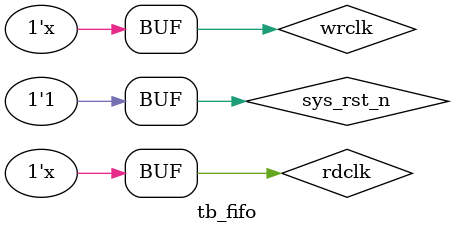
<source format=v>
`timescale  1ns/1ns

module tb_fifo();

//********************************************************************//
//****************** Parameter and Internal Signal *******************//
//********************************************************************//

//reg   define
reg          wrclk          ;
reg  [7:0]   pi_data        ;
reg          pi_flag        ;
reg          rdclk          ;
reg          rdreq          ;
reg          sys_rst_n      ;
reg  [1:0]   cnt_baud       ;
reg          wrfull_reg0    ;
reg          wrfull_reg1    ;

//wire  define
wire            wrempty     ;
wire            wrfull      ;
wire    [7:0]   wrusedw     ;
wire    [15:0]  po_data     ;
wire            rdempty     ;
wire            rdfull      ;
wire    [6:0]   rdusedw     ;

//********************************************************************//
//***************************** Main Code ****************************//
//********************************************************************//

//初始化时钟、复位
initial begin
    wrclk      = 1'b1;
    rdclk      = 1'b1;
    sys_rst_n <= 1'b0;
    #100;
    sys_rst_n <= 1'b1;
end

//wrclk:模拟FIFO的写时钟，每10ns电平翻转一次，周期为20ns，频率为50MHz
always #10 wrclk = ~wrclk;

//rdclk:模拟FIFO的读时钟，每20ns电平翻转一次，周期为40ns，频率为25MHz
always #20 rdclk = ~rdclk;

//cnt_baud:计数从0到3的计数器，用于产生输入数据间的间隔
always@(posedge wrclk or negedge sys_rst_n)
    if(sys_rst_n == 1'b0)
        cnt_baud <= 2'b0;
    else    if(&cnt_baud == 1'b1)
        cnt_baud <= 2'b0;
    else
        cnt_baud <= cnt_baud + 1'b1;

//pi_flag:输入数据有效标志信号，也作为FIFO的写请求信号
always@(posedge wrclk or negedge sys_rst_n)
    if(sys_rst_n == 1'b0)
        pi_flag <= 1'b0;
    //每4个时钟周期且没有读请求时产生一个数据有效标志信号
    else    if((cnt_baud == 2'd0) && (rdreq == 1'b0))
        pi_flag <= 1'b1;
    else
        pi_flag <= 1'b0;

//pi_data:输入顶层模块的数据，要写入到FIFO中的数据
always@(posedge wrclk or negedge sys_rst_n)
    if(sys_rst_n == 1'b0)
        pi_data <= 8'b0;
    ////pi_data的值为0~255依次循环
    else    if((pi_data == 8'd255) && (pi_flag == 1'b1))
        pi_data <= 8'b0;
    else    if(pi_flag  == 1'b1)    //每当pi_flag有效时产生一个数据
        pi_data <= pi_data + 1'b1;

//将同步于rdclk时钟的写满标志信号wrfull在rdclk时钟下打两拍
always@(posedge rdclk or negedge sys_rst_n)
    if(sys_rst_n == 1'b0)   
        begin
            wrfull_reg0 <= 1'b0;
            wrfull_reg1 <= 1'b0;
        end
    else
        begin
            wrfull_reg0 <= wrfull;
            wrfull_reg1 <= wrfull_reg0;
        end

//rdreq:FIFO读请求信号同步于rdclk时钟
always@(posedge rdclk or negedge sys_rst_n)
    if(sys_rst_n == 1'b0)
        rdreq <= 1'b0;
//如果wrfull信号有效就立刻读，则不会看到rd_full信号拉高，
//所以此处使用wrfull在rdclk时钟下打两拍后的信号
    else    if(wrfull_reg1 == 1'b1)
        rdreq <= 1'b1;
    else    if(rdempty == 1'b1)//当FIFO中的数据被读空时停止读取FIFO中的数据
        rdreq <= 1'b0;

//********************************************************************//
//*************************** Instantiation **************************//
//********************************************************************//

//------------------------fifo_inst------------------------
fifo    fifo_inst(
    //FIFO写端
    .wrclk  (wrclk  ),  //input             wclk
    .pi_data(pi_data),  //input     [7:0]   pi_data
    .pi_flag(pi_flag),  //input             pi_flag
    //FIFO读端
    .rdclk  (rdclk  ),  //input             rdclk
    .rdreq  (rdreq  ),  //input             rdreq

    //FIFO写端
    .wrempty(wrempty),  //output            wrempty
    .wrfull (wrfull ),  //output            wrfull
    .wrusedw(wrusedw),  //output    [7:0]   wrusedw
    //FIFO读端
    .po_data(po_data),  //output    [15:0]  po_data
    .rdempty(rdempty),  //output            rdempty
    .rdfull (rdfull ),  //output            rdfull
    .rdusedw(rdusedw)   //output    [6:0]   rdusedw
);

endmodule

</source>
